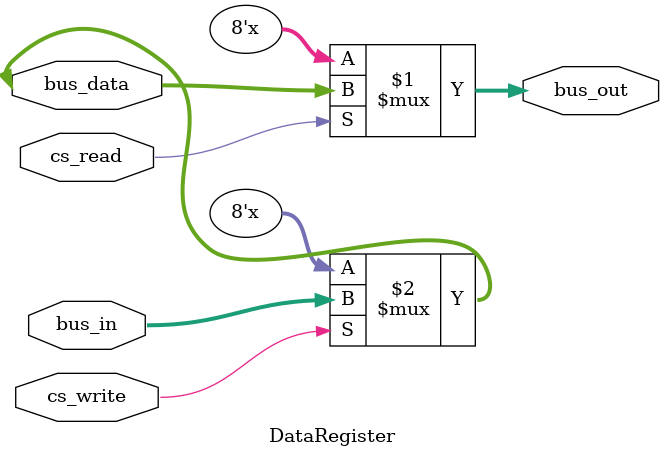
<source format=v>
module DataRegister(cs_write, cs_read, bus_in, bus_out, bus_data);
    input cs_write, cs_read;
    input [7:0] bus_in;
    output [7:0] bus_out;
    inout [7:0] bus_data;
    
    assign bus_out = cs_read? bus_data : 8'bz;
    assign bus_data = cs_write? bus_in : 8'bz;

endmodule

</source>
